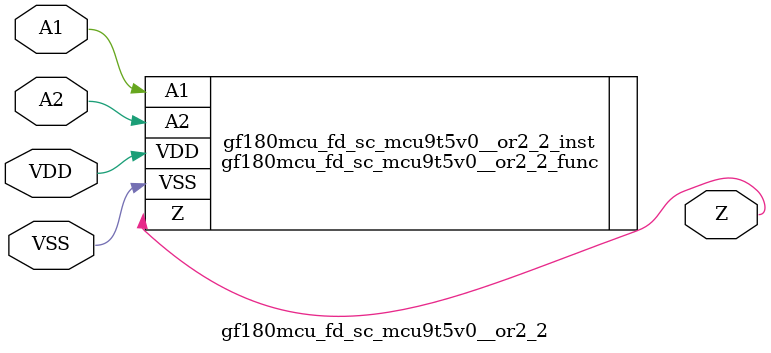
<source format=v>

module gf180mcu_fd_sc_mcu9t5v0__or2_2( A1, A2, Z, VDD, VSS );
input A1, A2;
inout VDD, VSS;
output Z;

   `ifdef FUNCTIONAL  //  functional //

	gf180mcu_fd_sc_mcu9t5v0__or2_2_func gf180mcu_fd_sc_mcu9t5v0__or2_2_behav_inst(.A1(A1),.A2(A2),.Z(Z),.VDD(VDD),.VSS(VSS));

   `else

	gf180mcu_fd_sc_mcu9t5v0__or2_2_func gf180mcu_fd_sc_mcu9t5v0__or2_2_inst(.A1(A1),.A2(A2),.Z(Z),.VDD(VDD),.VSS(VSS));

	// spec_gates_begin


	// spec_gates_end



   specify

	// specify_block_begin

	// comb arc A1 --> Z
	 (A1 => Z) = (1.0,1.0);

	// comb arc A2 --> Z
	 (A2 => Z) = (1.0,1.0);

	// specify_block_end

   endspecify

   `endif

endmodule

</source>
